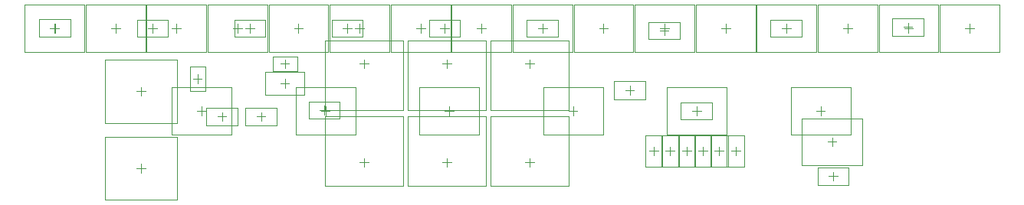
<source format=gbr>
%TF.GenerationSoftware,Altium Limited,Altium Designer,20.0.11 (256)*%
G04 Layer_Color=32768*
%FSLAX26Y26*%
%MOIN*%
%TF.FileFunction,Other,Mechanical_15*%
%TF.Part,Single*%
G01*
G75*
%TA.AperFunction,NonConductor*%
%ADD62C,0.003937*%
%ADD63C,0.001968*%
D62*
X6905315Y1545000D02*
X6944685D01*
X6925000Y1525315D02*
Y1564685D01*
X5596535Y1437726D02*
Y1477097D01*
X5576850Y1457412D02*
X5616221D01*
X7215000Y1435315D02*
Y1474685D01*
X7195315Y1455000D02*
X7234685D01*
X7735315D02*
X7774685D01*
X7755000Y1435315D02*
Y1474685D01*
X7197000Y1455000D02*
X7236370D01*
X7216685Y1435315D02*
Y1474685D01*
X6658685Y1455000D02*
X6698055D01*
X6678370Y1435315D02*
Y1474685D01*
X6120370Y1455000D02*
X6159740D01*
X6140055Y1435315D02*
Y1474685D01*
X5582055Y1455000D02*
X5621425D01*
X5601740Y1435315D02*
Y1474685D01*
X5043740Y1455000D02*
X5083110D01*
X5063425Y1435315D02*
Y1474685D01*
X7605000Y1795315D02*
Y1834685D01*
X7585315Y1815000D02*
X7624685D01*
X7075000Y1785315D02*
Y1824685D01*
X7055315Y1805000D02*
X7094685D01*
X6121000Y1795315D02*
Y1834685D01*
X6101315Y1815000D02*
X6140685D01*
X5273000Y1795315D02*
Y1834685D01*
X5253315Y1815000D02*
X5292685D01*
X4780315Y1540000D02*
X4819685D01*
X4800000Y1520315D02*
Y1559685D01*
X4780315Y1205000D02*
X4819685D01*
X4800000Y1185315D02*
Y1224685D01*
X7365780Y1280000D02*
X7405150D01*
X7385466Y1260315D02*
Y1299685D01*
X7010315Y1280000D02*
X7049685D01*
X7030000Y1260315D02*
Y1299685D01*
X7081408Y1280000D02*
X7120778D01*
X7101093Y1260315D02*
Y1299685D01*
X7152501Y1280000D02*
X7191871D01*
X7172186Y1260315D02*
Y1299685D01*
X7223594Y1280000D02*
X7262964D01*
X7243279Y1260315D02*
Y1299685D01*
X7294687Y1280000D02*
X7334057D01*
X7314372Y1260315D02*
Y1299685D01*
X5405315Y1575000D02*
X5444685D01*
X5425000Y1555315D02*
Y1594685D01*
X5045000Y1575315D02*
Y1614685D01*
X5025315Y1595000D02*
X5064685D01*
X4849000Y1795315D02*
Y1834685D01*
X4829315Y1815000D02*
X4868685D01*
X5697000Y1795315D02*
Y1834685D01*
X5677315Y1815000D02*
X5716685D01*
X6545000Y1795315D02*
Y1834685D01*
X6525315Y1815000D02*
X6564685D01*
X8135000Y1800315D02*
Y1839685D01*
X8115315Y1820000D02*
X8154685D01*
X7810000Y1150315D02*
Y1189685D01*
X7790315Y1170000D02*
X7829685D01*
X8383735Y1815000D02*
X8423105D01*
X8403420Y1795315D02*
Y1834685D01*
X8118402Y1815000D02*
X8157772D01*
X8138087Y1795315D02*
Y1834685D01*
X7853069Y1815000D02*
X7892439D01*
X7872754Y1795315D02*
Y1834685D01*
X7587736Y1815000D02*
X7627106D01*
X7607421Y1795315D02*
Y1834685D01*
X7322403Y1815000D02*
X7361773D01*
X7342088Y1795315D02*
Y1834685D01*
X7057070Y1815000D02*
X7096440D01*
X7076755Y1795315D02*
Y1834685D01*
X6791737Y1815000D02*
X6831107D01*
X6811422Y1795315D02*
Y1834685D01*
X6526404Y1815000D02*
X6565774D01*
X6546089Y1795315D02*
Y1834685D01*
X6261071Y1815000D02*
X6300441D01*
X6280756Y1795315D02*
Y1834685D01*
X5995738Y1815000D02*
X6035108D01*
X6015423Y1795315D02*
Y1834685D01*
X5730405Y1815000D02*
X5769775D01*
X5750090Y1795315D02*
Y1834685D01*
X5199739Y1815000D02*
X5239109D01*
X5219424Y1795315D02*
Y1834685D01*
X5465072Y1815000D02*
X5504442D01*
X5484757Y1795315D02*
Y1834685D01*
X4934406Y1815000D02*
X4973776D01*
X4954091Y1795315D02*
Y1834685D01*
X4669073Y1815000D02*
X4708443D01*
X4688758Y1795315D02*
Y1834685D01*
X4403740Y1815000D02*
X4443110D01*
X4423425Y1795315D02*
Y1834685D01*
X4405315Y1815984D02*
X4444685D01*
X4425000Y1796299D02*
Y1835669D01*
X6469685Y1230000D02*
X6509055D01*
X6489370Y1210315D02*
Y1249685D01*
X6110000Y1230000D02*
X6149370D01*
X6129685Y1210315D02*
Y1249685D01*
X5750315Y1230000D02*
X5789685D01*
X5770000Y1210315D02*
Y1249685D01*
X5750315Y1660000D02*
X5789685D01*
X5770000Y1640315D02*
Y1679685D01*
X6110000Y1660000D02*
X6149370D01*
X6129685Y1640315D02*
Y1679685D01*
X6469685Y1660000D02*
X6509055D01*
X6489370Y1640315D02*
Y1679685D01*
X5425000Y1640315D02*
Y1679685D01*
X5405315Y1660000D02*
X5444685D01*
X5151535Y1410315D02*
Y1449685D01*
X5131850Y1430000D02*
X5171221D01*
X5321535Y1410315D02*
Y1449685D01*
X5301850Y1430000D02*
X5341221D01*
X7805000Y1300315D02*
Y1339685D01*
X7785315Y1320000D02*
X7824685D01*
D63*
X6991929Y1505630D02*
Y1584370D01*
X6858071Y1505630D02*
Y1584370D01*
Y1505630D02*
X6991929D01*
X6858071Y1584370D02*
X6991929D01*
X5529606Y1494813D02*
X5663465D01*
X5529606Y1420010D02*
X5663465D01*
X5529606D02*
Y1494813D01*
X5663465Y1420010D02*
Y1494813D01*
X7148071Y1492401D02*
X7281929D01*
X7148071Y1417598D02*
X7281929D01*
X7148071D02*
Y1492401D01*
X7281929Y1417598D02*
Y1492401D01*
X7625079Y1352638D02*
X7884921D01*
X7625079Y1557362D02*
X7884921D01*
X7625079Y1352638D02*
Y1557362D01*
X7884921Y1352638D02*
Y1557362D01*
X7086764Y1352638D02*
X7346606D01*
X7086764Y1557362D02*
X7346606D01*
X7086764Y1352638D02*
Y1557362D01*
X7346606Y1352638D02*
Y1557362D01*
X6548449Y1352638D02*
X6808291D01*
X6548449Y1557362D02*
X6808291D01*
X6548449Y1352638D02*
Y1557362D01*
X6808291Y1352638D02*
Y1557362D01*
X6010134Y1352638D02*
X6269976D01*
X6010134Y1557362D02*
X6269976D01*
X6010134Y1352638D02*
Y1557362D01*
X6269976Y1352638D02*
Y1557362D01*
X5471819Y1352638D02*
X5731661D01*
X5471819Y1557362D02*
X5731661D01*
X5471819Y1352638D02*
Y1557362D01*
X5731661Y1352638D02*
Y1557362D01*
X4933504Y1352638D02*
X5193346D01*
X4933504Y1557362D02*
X5193346D01*
X4933504Y1352638D02*
Y1557362D01*
X5193346Y1352638D02*
Y1557362D01*
X7538071Y1852401D02*
X7671929D01*
X7538071Y1777598D02*
X7671929D01*
X7538071D02*
Y1852401D01*
X7671929Y1777598D02*
Y1852401D01*
X7008071Y1767599D02*
X7141929D01*
X7008071Y1842402D02*
X7141929D01*
Y1767599D02*
Y1842402D01*
X7008071Y1767599D02*
Y1842402D01*
X6054071Y1777599D02*
X6187929D01*
X6054071Y1852402D02*
X6187929D01*
Y1777599D02*
Y1852402D01*
X6054071Y1777599D02*
Y1852402D01*
X5206071Y1777599D02*
X5339929D01*
X5206071Y1852402D02*
X5339929D01*
Y1777599D02*
Y1852402D01*
X5206071Y1777599D02*
Y1852402D01*
X4956496Y1402205D02*
Y1677795D01*
X4643504Y1402205D02*
Y1677795D01*
Y1402205D02*
X4956496D01*
X4643504Y1677795D02*
X4956496D01*
Y1067205D02*
Y1342795D01*
X4643504Y1067205D02*
Y1342795D01*
Y1067205D02*
X4956496D01*
X4643504Y1342795D02*
X4956496D01*
X7422867Y1213071D02*
Y1346929D01*
X7348064Y1213071D02*
Y1346929D01*
X7422867D01*
X7348064Y1213071D02*
X7422867D01*
X7067401D02*
Y1346929D01*
X6992598Y1213071D02*
Y1346929D01*
X7067401D01*
X6992598Y1213071D02*
X7067401D01*
X7138495D02*
Y1346929D01*
X7063691Y1213071D02*
Y1346929D01*
X7138495D01*
X7063691Y1213071D02*
X7138495D01*
X7209588D02*
Y1346929D01*
X7134785Y1213071D02*
Y1346929D01*
X7209588D01*
X7134785Y1213071D02*
X7209588D01*
X7280681D02*
Y1346929D01*
X7205878Y1213071D02*
Y1346929D01*
X7280681D01*
X7205878Y1213071D02*
X7280681D01*
X7351774D02*
Y1346929D01*
X7276971Y1213071D02*
Y1346929D01*
X7351774D01*
X7276971Y1213071D02*
X7351774D01*
X5340354Y1523819D02*
Y1626181D01*
X5509646Y1523819D02*
Y1626181D01*
X5340354D02*
X5509646D01*
X5340354Y1523819D02*
X5509646D01*
X5011535Y1541850D02*
X5078465D01*
X5011535Y1648150D02*
X5078465D01*
X5011535Y1541850D02*
Y1648150D01*
X5078465Y1541850D02*
Y1648150D01*
X4782071Y1777599D02*
X4915929D01*
X4782071Y1852402D02*
X4915929D01*
Y1777599D02*
Y1852402D01*
X4782071Y1777599D02*
Y1852402D01*
X5630071Y1852401D02*
X5763929D01*
X5630071Y1777598D02*
X5763929D01*
X5630071D02*
Y1852401D01*
X5763929Y1777598D02*
Y1852401D01*
X6478071D02*
X6611929D01*
X6478071Y1777598D02*
X6611929D01*
X6478071D02*
Y1852401D01*
X6611929Y1777598D02*
Y1852401D01*
X8068071Y1857401D02*
X8201929D01*
X8068071Y1782598D02*
X8201929D01*
X8068071D02*
Y1857401D01*
X8201929Y1782598D02*
Y1857401D01*
X7743071Y1207401D02*
X7876929D01*
X7743071Y1132598D02*
X7876929D01*
X7743071D02*
Y1207401D01*
X7876929Y1132598D02*
Y1207401D01*
X8273499Y1712638D02*
X8533341D01*
X8273499Y1917362D02*
X8533341D01*
X8273499Y1712638D02*
Y1917362D01*
X8533341Y1712638D02*
Y1917362D01*
X8008166Y1712638D02*
X8268008D01*
X8008166Y1917362D02*
X8268008D01*
X8008166Y1712638D02*
Y1917362D01*
X8268008Y1712638D02*
Y1917362D01*
X7742833Y1712638D02*
X8002675D01*
X7742833Y1917362D02*
X8002675D01*
X7742833Y1712638D02*
Y1917362D01*
X8002675Y1712638D02*
Y1917362D01*
X7477500Y1712638D02*
X7737342D01*
X7477500Y1917362D02*
X7737342D01*
X7477500Y1712638D02*
Y1917362D01*
X7737342Y1712638D02*
Y1917362D01*
X7212167Y1712638D02*
X7472009D01*
X7212167Y1917362D02*
X7472009D01*
X7212167Y1712638D02*
Y1917362D01*
X7472009Y1712638D02*
Y1917362D01*
X6946834Y1712638D02*
X7206676D01*
X6946834Y1917362D02*
X7206676D01*
X6946834Y1712638D02*
Y1917362D01*
X7206676Y1712638D02*
Y1917362D01*
X6681501Y1712638D02*
X6941343D01*
X6681501Y1917362D02*
X6941343D01*
X6681501Y1712638D02*
Y1917362D01*
X6941343Y1712638D02*
Y1917362D01*
X6416168Y1712638D02*
X6676010D01*
X6416168Y1917362D02*
X6676010D01*
X6416168Y1712638D02*
Y1917362D01*
X6676010Y1712638D02*
Y1917362D01*
X6150835Y1712638D02*
X6410677D01*
X6150835Y1917362D02*
X6410677D01*
X6150835Y1712638D02*
Y1917362D01*
X6410677Y1712638D02*
Y1917362D01*
X5885502Y1712638D02*
X6145344D01*
X5885502Y1917362D02*
X6145344D01*
X5885502Y1712638D02*
Y1917362D01*
X6145344Y1712638D02*
Y1917362D01*
X5620169Y1712638D02*
X5880011D01*
X5620169Y1917362D02*
X5880011D01*
X5620169Y1712638D02*
Y1917362D01*
X5880011Y1712638D02*
Y1917362D01*
X5089503Y1712638D02*
X5349345D01*
X5089503Y1917362D02*
X5349345D01*
X5089503Y1712638D02*
Y1917362D01*
X5349345Y1712638D02*
Y1917362D01*
X5354836Y1712638D02*
X5614678D01*
X5354836Y1917362D02*
X5614678D01*
X5354836Y1712638D02*
Y1917362D01*
X5614678Y1712638D02*
Y1917362D01*
X4824170Y1712638D02*
X5084012D01*
X4824170Y1917362D02*
X5084012D01*
X4824170Y1712638D02*
Y1917362D01*
X5084012Y1712638D02*
Y1917362D01*
X4558837Y1712638D02*
X4818679D01*
X4558837Y1917362D02*
X4818679D01*
X4558837Y1712638D02*
Y1917362D01*
X4818679Y1712638D02*
Y1917362D01*
X4293504Y1712638D02*
X4553346D01*
X4293504Y1917362D02*
X4553346D01*
X4293504Y1712638D02*
Y1917362D01*
X4553346Y1712638D02*
Y1917362D01*
X4491929Y1776614D02*
Y1855354D01*
X4358071Y1776614D02*
Y1855354D01*
Y1776614D02*
X4491929D01*
X4358071Y1855354D02*
X4491929D01*
X6320079Y1127638D02*
Y1430787D01*
X6658661D01*
Y1127638D02*
Y1430787D01*
X6320079Y1127638D02*
X6658661D01*
X5960394D02*
Y1430787D01*
X6298976D01*
Y1127638D02*
Y1430787D01*
X5960394Y1127638D02*
X6298976D01*
X5600709D02*
Y1430787D01*
X5939291D01*
Y1127638D02*
Y1430787D01*
X5600709Y1127638D02*
X5939291D01*
Y1459213D02*
Y1762362D01*
X5600709Y1459213D02*
X5939291D01*
X5600709D02*
Y1762362D01*
X5939291D01*
X6298976Y1459213D02*
Y1762362D01*
X5960394Y1459213D02*
X6298976D01*
X5960394D02*
Y1762362D01*
X6298976D01*
X6658661Y1459213D02*
Y1762362D01*
X6320079Y1459213D02*
X6658661D01*
X6320079D02*
Y1762362D01*
X6658661D01*
X5371850Y1628504D02*
X5478150D01*
X5371850Y1691496D02*
X5478150D01*
Y1628504D02*
Y1691496D01*
X5371850Y1628504D02*
Y1691496D01*
X5084606Y1467401D02*
X5218465D01*
X5084606Y1392598D02*
X5218465D01*
X5084606D02*
Y1467401D01*
X5218465Y1392598D02*
Y1467401D01*
X5254606Y1392599D02*
X5388465D01*
X5254606Y1467402D02*
X5388465D01*
Y1392599D02*
Y1467402D01*
X5254606Y1392599D02*
Y1467402D01*
X7673110Y1422362D02*
X7936890D01*
X7673110Y1217638D02*
X7936890D01*
X7673110D02*
Y1422362D01*
X7936890Y1217638D02*
Y1422362D01*
%TF.MD5,6560dce5f8606c30ae97a0d3c666a71e*%
M02*

</source>
